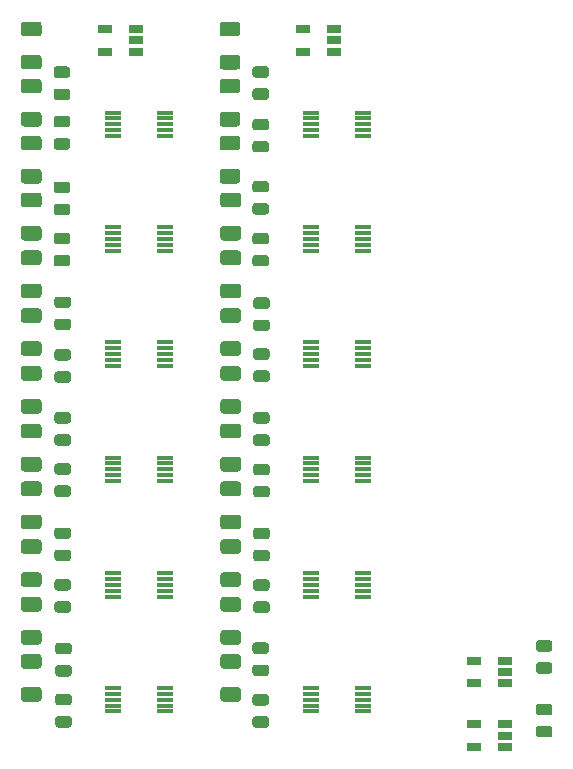
<source format=gbr>
%TF.GenerationSoftware,KiCad,Pcbnew,5.1.6-c6e7f7d~86~ubuntu18.04.1*%
%TF.CreationDate,2020-07-15T12:18:57+12:00*%
%TF.ProjectId,Volume Controller,566f6c75-6d65-4204-936f-6e74726f6c6c,rev?*%
%TF.SameCoordinates,Original*%
%TF.FileFunction,Paste,Top*%
%TF.FilePolarity,Positive*%
%FSLAX46Y46*%
G04 Gerber Fmt 4.6, Leading zero omitted, Abs format (unit mm)*
G04 Created by KiCad (PCBNEW 5.1.6-c6e7f7d~86~ubuntu18.04.1) date 2020-07-15 12:18:57*
%MOMM*%
%LPD*%
G01*
G04 APERTURE LIST*
%ADD10R,1.220000X0.650000*%
%ADD11R,1.400000X0.300000*%
G04 APERTURE END LIST*
%TO.C,R1*%
G36*
G01*
X151460500Y-52458000D02*
X152710500Y-52458000D01*
G75*
G02*
X152960500Y-52708000I0J-250000D01*
G01*
X152960500Y-53458000D01*
G75*
G02*
X152710500Y-53708000I-250000J0D01*
G01*
X151460500Y-53708000D01*
G75*
G02*
X151210500Y-53458000I0J250000D01*
G01*
X151210500Y-52708000D01*
G75*
G02*
X151460500Y-52458000I250000J0D01*
G01*
G37*
G36*
G01*
X151460500Y-55258000D02*
X152710500Y-55258000D01*
G75*
G02*
X152960500Y-55508000I0J-250000D01*
G01*
X152960500Y-56258000D01*
G75*
G02*
X152710500Y-56508000I-250000J0D01*
G01*
X151460500Y-56508000D01*
G75*
G02*
X151210500Y-56258000I0J250000D01*
G01*
X151210500Y-55508000D01*
G75*
G02*
X151460500Y-55258000I250000J0D01*
G01*
G37*
%TD*%
%TO.C,R3*%
G36*
G01*
X151457500Y-57287000D02*
X152707500Y-57287000D01*
G75*
G02*
X152957500Y-57537000I0J-250000D01*
G01*
X152957500Y-58287000D01*
G75*
G02*
X152707500Y-58537000I-250000J0D01*
G01*
X151457500Y-58537000D01*
G75*
G02*
X151207500Y-58287000I0J250000D01*
G01*
X151207500Y-57537000D01*
G75*
G02*
X151457500Y-57287000I250000J0D01*
G01*
G37*
G36*
G01*
X151457500Y-60087000D02*
X152707500Y-60087000D01*
G75*
G02*
X152957500Y-60337000I0J-250000D01*
G01*
X152957500Y-61087000D01*
G75*
G02*
X152707500Y-61337000I-250000J0D01*
G01*
X151457500Y-61337000D01*
G75*
G02*
X151207500Y-61087000I0J250000D01*
G01*
X151207500Y-60337000D01*
G75*
G02*
X151457500Y-60087000I250000J0D01*
G01*
G37*
%TD*%
%TO.C,R5*%
G36*
G01*
X151457500Y-62113000D02*
X152707500Y-62113000D01*
G75*
G02*
X152957500Y-62363000I0J-250000D01*
G01*
X152957500Y-63113000D01*
G75*
G02*
X152707500Y-63363000I-250000J0D01*
G01*
X151457500Y-63363000D01*
G75*
G02*
X151207500Y-63113000I0J250000D01*
G01*
X151207500Y-62363000D01*
G75*
G02*
X151457500Y-62113000I250000J0D01*
G01*
G37*
G36*
G01*
X151457500Y-64913000D02*
X152707500Y-64913000D01*
G75*
G02*
X152957500Y-65163000I0J-250000D01*
G01*
X152957500Y-65913000D01*
G75*
G02*
X152707500Y-66163000I-250000J0D01*
G01*
X151457500Y-66163000D01*
G75*
G02*
X151207500Y-65913000I0J250000D01*
G01*
X151207500Y-65163000D01*
G75*
G02*
X151457500Y-64913000I250000J0D01*
G01*
G37*
%TD*%
%TO.C,R7*%
G36*
G01*
X151521000Y-66939000D02*
X152771000Y-66939000D01*
G75*
G02*
X153021000Y-67189000I0J-250000D01*
G01*
X153021000Y-67939000D01*
G75*
G02*
X152771000Y-68189000I-250000J0D01*
G01*
X151521000Y-68189000D01*
G75*
G02*
X151271000Y-67939000I0J250000D01*
G01*
X151271000Y-67189000D01*
G75*
G02*
X151521000Y-66939000I250000J0D01*
G01*
G37*
G36*
G01*
X151521000Y-69739000D02*
X152771000Y-69739000D01*
G75*
G02*
X153021000Y-69989000I0J-250000D01*
G01*
X153021000Y-70739000D01*
G75*
G02*
X152771000Y-70989000I-250000J0D01*
G01*
X151521000Y-70989000D01*
G75*
G02*
X151271000Y-70739000I0J250000D01*
G01*
X151271000Y-69989000D01*
G75*
G02*
X151521000Y-69739000I250000J0D01*
G01*
G37*
%TD*%
%TO.C,R9*%
G36*
G01*
X151521000Y-74625500D02*
X152771000Y-74625500D01*
G75*
G02*
X153021000Y-74875500I0J-250000D01*
G01*
X153021000Y-75625500D01*
G75*
G02*
X152771000Y-75875500I-250000J0D01*
G01*
X151521000Y-75875500D01*
G75*
G02*
X151271000Y-75625500I0J250000D01*
G01*
X151271000Y-74875500D01*
G75*
G02*
X151521000Y-74625500I250000J0D01*
G01*
G37*
G36*
G01*
X151521000Y-71825500D02*
X152771000Y-71825500D01*
G75*
G02*
X153021000Y-72075500I0J-250000D01*
G01*
X153021000Y-72825500D01*
G75*
G02*
X152771000Y-73075500I-250000J0D01*
G01*
X151521000Y-73075500D01*
G75*
G02*
X151271000Y-72825500I0J250000D01*
G01*
X151271000Y-72075500D01*
G75*
G02*
X151521000Y-71825500I250000J0D01*
G01*
G37*
%TD*%
%TO.C,R11*%
G36*
G01*
X151521000Y-76715000D02*
X152771000Y-76715000D01*
G75*
G02*
X153021000Y-76965000I0J-250000D01*
G01*
X153021000Y-77715000D01*
G75*
G02*
X152771000Y-77965000I-250000J0D01*
G01*
X151521000Y-77965000D01*
G75*
G02*
X151271000Y-77715000I0J250000D01*
G01*
X151271000Y-76965000D01*
G75*
G02*
X151521000Y-76715000I250000J0D01*
G01*
G37*
G36*
G01*
X151521000Y-79515000D02*
X152771000Y-79515000D01*
G75*
G02*
X153021000Y-79765000I0J-250000D01*
G01*
X153021000Y-80515000D01*
G75*
G02*
X152771000Y-80765000I-250000J0D01*
G01*
X151521000Y-80765000D01*
G75*
G02*
X151271000Y-80515000I0J250000D01*
G01*
X151271000Y-79765000D01*
G75*
G02*
X151521000Y-79515000I250000J0D01*
G01*
G37*
%TD*%
%TO.C,R13*%
G36*
G01*
X151521000Y-84407500D02*
X152771000Y-84407500D01*
G75*
G02*
X153021000Y-84657500I0J-250000D01*
G01*
X153021000Y-85407500D01*
G75*
G02*
X152771000Y-85657500I-250000J0D01*
G01*
X151521000Y-85657500D01*
G75*
G02*
X151271000Y-85407500I0J250000D01*
G01*
X151271000Y-84657500D01*
G75*
G02*
X151521000Y-84407500I250000J0D01*
G01*
G37*
G36*
G01*
X151521000Y-81607500D02*
X152771000Y-81607500D01*
G75*
G02*
X153021000Y-81857500I0J-250000D01*
G01*
X153021000Y-82607500D01*
G75*
G02*
X152771000Y-82857500I-250000J0D01*
G01*
X151521000Y-82857500D01*
G75*
G02*
X151271000Y-82607500I0J250000D01*
G01*
X151271000Y-81857500D01*
G75*
G02*
X151521000Y-81607500I250000J0D01*
G01*
G37*
%TD*%
%TO.C,R15*%
G36*
G01*
X151521000Y-89294000D02*
X152771000Y-89294000D01*
G75*
G02*
X153021000Y-89544000I0J-250000D01*
G01*
X153021000Y-90294000D01*
G75*
G02*
X152771000Y-90544000I-250000J0D01*
G01*
X151521000Y-90544000D01*
G75*
G02*
X151271000Y-90294000I0J250000D01*
G01*
X151271000Y-89544000D01*
G75*
G02*
X151521000Y-89294000I250000J0D01*
G01*
G37*
G36*
G01*
X151521000Y-86494000D02*
X152771000Y-86494000D01*
G75*
G02*
X153021000Y-86744000I0J-250000D01*
G01*
X153021000Y-87494000D01*
G75*
G02*
X152771000Y-87744000I-250000J0D01*
G01*
X151521000Y-87744000D01*
G75*
G02*
X151271000Y-87494000I0J250000D01*
G01*
X151271000Y-86744000D01*
G75*
G02*
X151521000Y-86494000I250000J0D01*
G01*
G37*
%TD*%
%TO.C,R17*%
G36*
G01*
X151521000Y-94186500D02*
X152771000Y-94186500D01*
G75*
G02*
X153021000Y-94436500I0J-250000D01*
G01*
X153021000Y-95186500D01*
G75*
G02*
X152771000Y-95436500I-250000J0D01*
G01*
X151521000Y-95436500D01*
G75*
G02*
X151271000Y-95186500I0J250000D01*
G01*
X151271000Y-94436500D01*
G75*
G02*
X151521000Y-94186500I250000J0D01*
G01*
G37*
G36*
G01*
X151521000Y-91386500D02*
X152771000Y-91386500D01*
G75*
G02*
X153021000Y-91636500I0J-250000D01*
G01*
X153021000Y-92386500D01*
G75*
G02*
X152771000Y-92636500I-250000J0D01*
G01*
X151521000Y-92636500D01*
G75*
G02*
X151271000Y-92386500I0J250000D01*
G01*
X151271000Y-91636500D01*
G75*
G02*
X151521000Y-91386500I250000J0D01*
G01*
G37*
%TD*%
%TO.C,R19*%
G36*
G01*
X151521000Y-99073000D02*
X152771000Y-99073000D01*
G75*
G02*
X153021000Y-99323000I0J-250000D01*
G01*
X153021000Y-100073000D01*
G75*
G02*
X152771000Y-100323000I-250000J0D01*
G01*
X151521000Y-100323000D01*
G75*
G02*
X151271000Y-100073000I0J250000D01*
G01*
X151271000Y-99323000D01*
G75*
G02*
X151521000Y-99073000I250000J0D01*
G01*
G37*
G36*
G01*
X151521000Y-96273000D02*
X152771000Y-96273000D01*
G75*
G02*
X153021000Y-96523000I0J-250000D01*
G01*
X153021000Y-97273000D01*
G75*
G02*
X152771000Y-97523000I-250000J0D01*
G01*
X151521000Y-97523000D01*
G75*
G02*
X151271000Y-97273000I0J250000D01*
G01*
X151271000Y-96523000D01*
G75*
G02*
X151521000Y-96273000I250000J0D01*
G01*
G37*
%TD*%
%TO.C,R21*%
G36*
G01*
X151521000Y-103965500D02*
X152771000Y-103965500D01*
G75*
G02*
X153021000Y-104215500I0J-250000D01*
G01*
X153021000Y-104965500D01*
G75*
G02*
X152771000Y-105215500I-250000J0D01*
G01*
X151521000Y-105215500D01*
G75*
G02*
X151271000Y-104965500I0J250000D01*
G01*
X151271000Y-104215500D01*
G75*
G02*
X151521000Y-103965500I250000J0D01*
G01*
G37*
G36*
G01*
X151521000Y-101165500D02*
X152771000Y-101165500D01*
G75*
G02*
X153021000Y-101415500I0J-250000D01*
G01*
X153021000Y-102165500D01*
G75*
G02*
X152771000Y-102415500I-250000J0D01*
G01*
X151521000Y-102415500D01*
G75*
G02*
X151271000Y-102165500I0J250000D01*
G01*
X151271000Y-101415500D01*
G75*
G02*
X151521000Y-101165500I250000J0D01*
G01*
G37*
%TD*%
%TO.C,R23*%
G36*
G01*
X151521000Y-108791500D02*
X152771000Y-108791500D01*
G75*
G02*
X153021000Y-109041500I0J-250000D01*
G01*
X153021000Y-109791500D01*
G75*
G02*
X152771000Y-110041500I-250000J0D01*
G01*
X151521000Y-110041500D01*
G75*
G02*
X151271000Y-109791500I0J250000D01*
G01*
X151271000Y-109041500D01*
G75*
G02*
X151521000Y-108791500I250000J0D01*
G01*
G37*
G36*
G01*
X151521000Y-105991500D02*
X152771000Y-105991500D01*
G75*
G02*
X153021000Y-106241500I0J-250000D01*
G01*
X153021000Y-106991500D01*
G75*
G02*
X152771000Y-107241500I-250000J0D01*
G01*
X151521000Y-107241500D01*
G75*
G02*
X151271000Y-106991500I0J250000D01*
G01*
X151271000Y-106241500D01*
G75*
G02*
X151521000Y-105991500I250000J0D01*
G01*
G37*
%TD*%
D10*
%TO.C,U1*%
X160885500Y-54986000D03*
X160885500Y-54036000D03*
X160885500Y-53086000D03*
X158265500Y-53086000D03*
X158265500Y-54986000D03*
%TD*%
D11*
%TO.C,U2*%
X158940500Y-62150500D03*
X158940500Y-61650500D03*
X158940500Y-61150500D03*
X158940500Y-60650500D03*
X158940500Y-60150500D03*
X163340500Y-60150500D03*
X163340500Y-60650500D03*
X163340500Y-61150500D03*
X163340500Y-61650500D03*
X163340500Y-62150500D03*
%TD*%
%TO.C,U3*%
X163322000Y-71866000D03*
X163322000Y-71366000D03*
X163322000Y-70866000D03*
X163322000Y-70366000D03*
X163322000Y-69866000D03*
X158922000Y-69866000D03*
X158922000Y-70366000D03*
X158922000Y-70866000D03*
X158922000Y-71366000D03*
X158922000Y-71866000D03*
%TD*%
%TO.C,U4*%
X163363000Y-81581500D03*
X163363000Y-81081500D03*
X163363000Y-80581500D03*
X163363000Y-80081500D03*
X163363000Y-79581500D03*
X158963000Y-79581500D03*
X158963000Y-80081500D03*
X158963000Y-80581500D03*
X158963000Y-81081500D03*
X158963000Y-81581500D03*
%TD*%
%TO.C,U5*%
X163363000Y-91360500D03*
X163363000Y-90860500D03*
X163363000Y-90360500D03*
X163363000Y-89860500D03*
X163363000Y-89360500D03*
X158963000Y-89360500D03*
X158963000Y-89860500D03*
X158963000Y-90360500D03*
X158963000Y-90860500D03*
X158963000Y-91360500D03*
%TD*%
%TO.C,U6*%
X158940500Y-101131500D03*
X158940500Y-100631500D03*
X158940500Y-100131500D03*
X158940500Y-99631500D03*
X158940500Y-99131500D03*
X163340500Y-99131500D03*
X163340500Y-99631500D03*
X163340500Y-100131500D03*
X163340500Y-100631500D03*
X163340500Y-101131500D03*
%TD*%
%TO.C,U7*%
X158963000Y-110855000D03*
X158963000Y-110355000D03*
X158963000Y-109855000D03*
X158963000Y-109355000D03*
X158963000Y-108855000D03*
X163363000Y-108855000D03*
X163363000Y-109355000D03*
X163363000Y-109855000D03*
X163363000Y-110355000D03*
X163363000Y-110855000D03*
%TD*%
D10*
%TO.C,U8*%
X172720000Y-108458000D03*
X172720000Y-106558000D03*
X175340000Y-106558000D03*
X175340000Y-107508000D03*
X175340000Y-108458000D03*
%TD*%
%TO.C,R8*%
G36*
G01*
X155142250Y-71308000D02*
X154229750Y-71308000D01*
G75*
G02*
X153986000Y-71064250I0J243750D01*
G01*
X153986000Y-70576750D01*
G75*
G02*
X154229750Y-70333000I243750J0D01*
G01*
X155142250Y-70333000D01*
G75*
G02*
X155386000Y-70576750I0J-243750D01*
G01*
X155386000Y-71064250D01*
G75*
G02*
X155142250Y-71308000I-243750J0D01*
G01*
G37*
G36*
G01*
X155142250Y-73183000D02*
X154229750Y-73183000D01*
G75*
G02*
X153986000Y-72939250I0J243750D01*
G01*
X153986000Y-72451750D01*
G75*
G02*
X154229750Y-72208000I243750J0D01*
G01*
X155142250Y-72208000D01*
G75*
G02*
X155386000Y-72451750I0J-243750D01*
G01*
X155386000Y-72939250D01*
G75*
G02*
X155142250Y-73183000I-243750J0D01*
G01*
G37*
%TD*%
%TO.C,R10*%
G36*
G01*
X155205750Y-78656000D02*
X154293250Y-78656000D01*
G75*
G02*
X154049500Y-78412250I0J243750D01*
G01*
X154049500Y-77924750D01*
G75*
G02*
X154293250Y-77681000I243750J0D01*
G01*
X155205750Y-77681000D01*
G75*
G02*
X155449500Y-77924750I0J-243750D01*
G01*
X155449500Y-78412250D01*
G75*
G02*
X155205750Y-78656000I-243750J0D01*
G01*
G37*
G36*
G01*
X155205750Y-76781000D02*
X154293250Y-76781000D01*
G75*
G02*
X154049500Y-76537250I0J243750D01*
G01*
X154049500Y-76049750D01*
G75*
G02*
X154293250Y-75806000I243750J0D01*
G01*
X155205750Y-75806000D01*
G75*
G02*
X155449500Y-76049750I0J-243750D01*
G01*
X155449500Y-76537250D01*
G75*
G02*
X155205750Y-76781000I-243750J0D01*
G01*
G37*
%TD*%
%TO.C,R12*%
G36*
G01*
X155205750Y-82962000D02*
X154293250Y-82962000D01*
G75*
G02*
X154049500Y-82718250I0J243750D01*
G01*
X154049500Y-82230750D01*
G75*
G02*
X154293250Y-81987000I243750J0D01*
G01*
X155205750Y-81987000D01*
G75*
G02*
X155449500Y-82230750I0J-243750D01*
G01*
X155449500Y-82718250D01*
G75*
G02*
X155205750Y-82962000I-243750J0D01*
G01*
G37*
G36*
G01*
X155205750Y-81087000D02*
X154293250Y-81087000D01*
G75*
G02*
X154049500Y-80843250I0J243750D01*
G01*
X154049500Y-80355750D01*
G75*
G02*
X154293250Y-80112000I243750J0D01*
G01*
X155205750Y-80112000D01*
G75*
G02*
X155449500Y-80355750I0J-243750D01*
G01*
X155449500Y-80843250D01*
G75*
G02*
X155205750Y-81087000I-243750J0D01*
G01*
G37*
%TD*%
%TO.C,R14*%
G36*
G01*
X155205750Y-86496500D02*
X154293250Y-86496500D01*
G75*
G02*
X154049500Y-86252750I0J243750D01*
G01*
X154049500Y-85765250D01*
G75*
G02*
X154293250Y-85521500I243750J0D01*
G01*
X155205750Y-85521500D01*
G75*
G02*
X155449500Y-85765250I0J-243750D01*
G01*
X155449500Y-86252750D01*
G75*
G02*
X155205750Y-86496500I-243750J0D01*
G01*
G37*
G36*
G01*
X155205750Y-88371500D02*
X154293250Y-88371500D01*
G75*
G02*
X154049500Y-88127750I0J243750D01*
G01*
X154049500Y-87640250D01*
G75*
G02*
X154293250Y-87396500I243750J0D01*
G01*
X155205750Y-87396500D01*
G75*
G02*
X155449500Y-87640250I0J-243750D01*
G01*
X155449500Y-88127750D01*
G75*
G02*
X155205750Y-88371500I-243750J0D01*
G01*
G37*
%TD*%
%TO.C,R16*%
G36*
G01*
X155205750Y-92741000D02*
X154293250Y-92741000D01*
G75*
G02*
X154049500Y-92497250I0J243750D01*
G01*
X154049500Y-92009750D01*
G75*
G02*
X154293250Y-91766000I243750J0D01*
G01*
X155205750Y-91766000D01*
G75*
G02*
X155449500Y-92009750I0J-243750D01*
G01*
X155449500Y-92497250D01*
G75*
G02*
X155205750Y-92741000I-243750J0D01*
G01*
G37*
G36*
G01*
X155205750Y-90866000D02*
X154293250Y-90866000D01*
G75*
G02*
X154049500Y-90622250I0J243750D01*
G01*
X154049500Y-90134750D01*
G75*
G02*
X154293250Y-89891000I243750J0D01*
G01*
X155205750Y-89891000D01*
G75*
G02*
X155449500Y-90134750I0J-243750D01*
G01*
X155449500Y-90622250D01*
G75*
G02*
X155205750Y-90866000I-243750J0D01*
G01*
G37*
%TD*%
%TO.C,R18*%
G36*
G01*
X155205750Y-98150500D02*
X154293250Y-98150500D01*
G75*
G02*
X154049500Y-97906750I0J243750D01*
G01*
X154049500Y-97419250D01*
G75*
G02*
X154293250Y-97175500I243750J0D01*
G01*
X155205750Y-97175500D01*
G75*
G02*
X155449500Y-97419250I0J-243750D01*
G01*
X155449500Y-97906750D01*
G75*
G02*
X155205750Y-98150500I-243750J0D01*
G01*
G37*
G36*
G01*
X155205750Y-96275500D02*
X154293250Y-96275500D01*
G75*
G02*
X154049500Y-96031750I0J243750D01*
G01*
X154049500Y-95544250D01*
G75*
G02*
X154293250Y-95300500I243750J0D01*
G01*
X155205750Y-95300500D01*
G75*
G02*
X155449500Y-95544250I0J-243750D01*
G01*
X155449500Y-96031750D01*
G75*
G02*
X155205750Y-96275500I-243750J0D01*
G01*
G37*
%TD*%
%TO.C,R20*%
G36*
G01*
X155205750Y-100645000D02*
X154293250Y-100645000D01*
G75*
G02*
X154049500Y-100401250I0J243750D01*
G01*
X154049500Y-99913750D01*
G75*
G02*
X154293250Y-99670000I243750J0D01*
G01*
X155205750Y-99670000D01*
G75*
G02*
X155449500Y-99913750I0J-243750D01*
G01*
X155449500Y-100401250D01*
G75*
G02*
X155205750Y-100645000I-243750J0D01*
G01*
G37*
G36*
G01*
X155205750Y-102520000D02*
X154293250Y-102520000D01*
G75*
G02*
X154049500Y-102276250I0J243750D01*
G01*
X154049500Y-101788750D01*
G75*
G02*
X154293250Y-101545000I243750J0D01*
G01*
X155205750Y-101545000D01*
G75*
G02*
X155449500Y-101788750I0J-243750D01*
G01*
X155449500Y-102276250D01*
G75*
G02*
X155205750Y-102520000I-243750J0D01*
G01*
G37*
%TD*%
%TO.C,R22*%
G36*
G01*
X155142250Y-105991000D02*
X154229750Y-105991000D01*
G75*
G02*
X153986000Y-105747250I0J243750D01*
G01*
X153986000Y-105259750D01*
G75*
G02*
X154229750Y-105016000I243750J0D01*
G01*
X155142250Y-105016000D01*
G75*
G02*
X155386000Y-105259750I0J-243750D01*
G01*
X155386000Y-105747250D01*
G75*
G02*
X155142250Y-105991000I-243750J0D01*
G01*
G37*
G36*
G01*
X155142250Y-107866000D02*
X154229750Y-107866000D01*
G75*
G02*
X153986000Y-107622250I0J243750D01*
G01*
X153986000Y-107134750D01*
G75*
G02*
X154229750Y-106891000I243750J0D01*
G01*
X155142250Y-106891000D01*
G75*
G02*
X155386000Y-107134750I0J-243750D01*
G01*
X155386000Y-107622250D01*
G75*
G02*
X155142250Y-107866000I-243750J0D01*
G01*
G37*
%TD*%
%TO.C,R24*%
G36*
G01*
X155142250Y-112235500D02*
X154229750Y-112235500D01*
G75*
G02*
X153986000Y-111991750I0J243750D01*
G01*
X153986000Y-111504250D01*
G75*
G02*
X154229750Y-111260500I243750J0D01*
G01*
X155142250Y-111260500D01*
G75*
G02*
X155386000Y-111504250I0J-243750D01*
G01*
X155386000Y-111991750D01*
G75*
G02*
X155142250Y-112235500I-243750J0D01*
G01*
G37*
G36*
G01*
X155142250Y-110360500D02*
X154229750Y-110360500D01*
G75*
G02*
X153986000Y-110116750I0J243750D01*
G01*
X153986000Y-109629250D01*
G75*
G02*
X154229750Y-109385500I243750J0D01*
G01*
X155142250Y-109385500D01*
G75*
G02*
X155386000Y-109629250I0J-243750D01*
G01*
X155386000Y-110116750D01*
G75*
G02*
X155142250Y-110360500I-243750J0D01*
G01*
G37*
%TD*%
%TO.C,R2*%
G36*
G01*
X155142250Y-57199000D02*
X154229750Y-57199000D01*
G75*
G02*
X153986000Y-56955250I0J243750D01*
G01*
X153986000Y-56467750D01*
G75*
G02*
X154229750Y-56224000I243750J0D01*
G01*
X155142250Y-56224000D01*
G75*
G02*
X155386000Y-56467750I0J-243750D01*
G01*
X155386000Y-56955250D01*
G75*
G02*
X155142250Y-57199000I-243750J0D01*
G01*
G37*
G36*
G01*
X155142250Y-59074000D02*
X154229750Y-59074000D01*
G75*
G02*
X153986000Y-58830250I0J243750D01*
G01*
X153986000Y-58342750D01*
G75*
G02*
X154229750Y-58099000I243750J0D01*
G01*
X155142250Y-58099000D01*
G75*
G02*
X155386000Y-58342750I0J-243750D01*
G01*
X155386000Y-58830250D01*
G75*
G02*
X155142250Y-59074000I-243750J0D01*
G01*
G37*
%TD*%
%TO.C,R4*%
G36*
G01*
X155142250Y-63531000D02*
X154229750Y-63531000D01*
G75*
G02*
X153986000Y-63287250I0J243750D01*
G01*
X153986000Y-62799750D01*
G75*
G02*
X154229750Y-62556000I243750J0D01*
G01*
X155142250Y-62556000D01*
G75*
G02*
X155386000Y-62799750I0J-243750D01*
G01*
X155386000Y-63287250D01*
G75*
G02*
X155142250Y-63531000I-243750J0D01*
G01*
G37*
G36*
G01*
X155142250Y-61656000D02*
X154229750Y-61656000D01*
G75*
G02*
X153986000Y-61412250I0J243750D01*
G01*
X153986000Y-60924750D01*
G75*
G02*
X154229750Y-60681000I243750J0D01*
G01*
X155142250Y-60681000D01*
G75*
G02*
X155386000Y-60924750I0J-243750D01*
G01*
X155386000Y-61412250D01*
G75*
G02*
X155142250Y-61656000I-243750J0D01*
G01*
G37*
%TD*%
%TO.C,R6*%
G36*
G01*
X155142250Y-68789500D02*
X154229750Y-68789500D01*
G75*
G02*
X153986000Y-68545750I0J243750D01*
G01*
X153986000Y-68058250D01*
G75*
G02*
X154229750Y-67814500I243750J0D01*
G01*
X155142250Y-67814500D01*
G75*
G02*
X155386000Y-68058250I0J-243750D01*
G01*
X155386000Y-68545750D01*
G75*
G02*
X155142250Y-68789500I-243750J0D01*
G01*
G37*
G36*
G01*
X155142250Y-66914500D02*
X154229750Y-66914500D01*
G75*
G02*
X153986000Y-66670750I0J243750D01*
G01*
X153986000Y-66183250D01*
G75*
G02*
X154229750Y-65939500I243750J0D01*
G01*
X155142250Y-65939500D01*
G75*
G02*
X155386000Y-66183250I0J-243750D01*
G01*
X155386000Y-66670750D01*
G75*
G02*
X155142250Y-66914500I-243750J0D01*
G01*
G37*
%TD*%
%TO.C,R25*%
G36*
G01*
X179145250Y-107675500D02*
X178232750Y-107675500D01*
G75*
G02*
X177989000Y-107431750I0J243750D01*
G01*
X177989000Y-106944250D01*
G75*
G02*
X178232750Y-106700500I243750J0D01*
G01*
X179145250Y-106700500D01*
G75*
G02*
X179389000Y-106944250I0J-243750D01*
G01*
X179389000Y-107431750D01*
G75*
G02*
X179145250Y-107675500I-243750J0D01*
G01*
G37*
G36*
G01*
X179145250Y-105800500D02*
X178232750Y-105800500D01*
G75*
G02*
X177989000Y-105556750I0J243750D01*
G01*
X177989000Y-105069250D01*
G75*
G02*
X178232750Y-104825500I243750J0D01*
G01*
X179145250Y-104825500D01*
G75*
G02*
X179389000Y-105069250I0J-243750D01*
G01*
X179389000Y-105556750D01*
G75*
G02*
X179145250Y-105800500I-243750J0D01*
G01*
G37*
%TD*%
%TO.C,R26*%
G36*
G01*
X179145250Y-113058000D02*
X178232750Y-113058000D01*
G75*
G02*
X177989000Y-112814250I0J243750D01*
G01*
X177989000Y-112326750D01*
G75*
G02*
X178232750Y-112083000I243750J0D01*
G01*
X179145250Y-112083000D01*
G75*
G02*
X179389000Y-112326750I0J-243750D01*
G01*
X179389000Y-112814250D01*
G75*
G02*
X179145250Y-113058000I-243750J0D01*
G01*
G37*
G36*
G01*
X179145250Y-111183000D02*
X178232750Y-111183000D01*
G75*
G02*
X177989000Y-110939250I0J243750D01*
G01*
X177989000Y-110451750D01*
G75*
G02*
X178232750Y-110208000I243750J0D01*
G01*
X179145250Y-110208000D01*
G75*
G02*
X179389000Y-110451750I0J-243750D01*
G01*
X179389000Y-110939250D01*
G75*
G02*
X179145250Y-111183000I-243750J0D01*
G01*
G37*
%TD*%
%TO.C,R27*%
G36*
G01*
X134630000Y-52455000D02*
X135880000Y-52455000D01*
G75*
G02*
X136130000Y-52705000I0J-250000D01*
G01*
X136130000Y-53455000D01*
G75*
G02*
X135880000Y-53705000I-250000J0D01*
G01*
X134630000Y-53705000D01*
G75*
G02*
X134380000Y-53455000I0J250000D01*
G01*
X134380000Y-52705000D01*
G75*
G02*
X134630000Y-52455000I250000J0D01*
G01*
G37*
G36*
G01*
X134630000Y-55255000D02*
X135880000Y-55255000D01*
G75*
G02*
X136130000Y-55505000I0J-250000D01*
G01*
X136130000Y-56255000D01*
G75*
G02*
X135880000Y-56505000I-250000J0D01*
G01*
X134630000Y-56505000D01*
G75*
G02*
X134380000Y-56255000I0J250000D01*
G01*
X134380000Y-55505000D01*
G75*
G02*
X134630000Y-55255000I250000J0D01*
G01*
G37*
%TD*%
%TO.C,R28*%
G36*
G01*
X138314750Y-57223000D02*
X137402250Y-57223000D01*
G75*
G02*
X137158500Y-56979250I0J243750D01*
G01*
X137158500Y-56491750D01*
G75*
G02*
X137402250Y-56248000I243750J0D01*
G01*
X138314750Y-56248000D01*
G75*
G02*
X138558500Y-56491750I0J-243750D01*
G01*
X138558500Y-56979250D01*
G75*
G02*
X138314750Y-57223000I-243750J0D01*
G01*
G37*
G36*
G01*
X138314750Y-59098000D02*
X137402250Y-59098000D01*
G75*
G02*
X137158500Y-58854250I0J243750D01*
G01*
X137158500Y-58366750D01*
G75*
G02*
X137402250Y-58123000I243750J0D01*
G01*
X138314750Y-58123000D01*
G75*
G02*
X138558500Y-58366750I0J-243750D01*
G01*
X138558500Y-58854250D01*
G75*
G02*
X138314750Y-59098000I-243750J0D01*
G01*
G37*
%TD*%
%TO.C,R29*%
G36*
G01*
X134630000Y-57287000D02*
X135880000Y-57287000D01*
G75*
G02*
X136130000Y-57537000I0J-250000D01*
G01*
X136130000Y-58287000D01*
G75*
G02*
X135880000Y-58537000I-250000J0D01*
G01*
X134630000Y-58537000D01*
G75*
G02*
X134380000Y-58287000I0J250000D01*
G01*
X134380000Y-57537000D01*
G75*
G02*
X134630000Y-57287000I250000J0D01*
G01*
G37*
G36*
G01*
X134630000Y-60087000D02*
X135880000Y-60087000D01*
G75*
G02*
X136130000Y-60337000I0J-250000D01*
G01*
X136130000Y-61087000D01*
G75*
G02*
X135880000Y-61337000I-250000J0D01*
G01*
X134630000Y-61337000D01*
G75*
G02*
X134380000Y-61087000I0J250000D01*
G01*
X134380000Y-60337000D01*
G75*
G02*
X134630000Y-60087000I250000J0D01*
G01*
G37*
%TD*%
%TO.C,R30*%
G36*
G01*
X138314750Y-63289000D02*
X137402250Y-63289000D01*
G75*
G02*
X137158500Y-63045250I0J243750D01*
G01*
X137158500Y-62557750D01*
G75*
G02*
X137402250Y-62314000I243750J0D01*
G01*
X138314750Y-62314000D01*
G75*
G02*
X138558500Y-62557750I0J-243750D01*
G01*
X138558500Y-63045250D01*
G75*
G02*
X138314750Y-63289000I-243750J0D01*
G01*
G37*
G36*
G01*
X138314750Y-61414000D02*
X137402250Y-61414000D01*
G75*
G02*
X137158500Y-61170250I0J243750D01*
G01*
X137158500Y-60682750D01*
G75*
G02*
X137402250Y-60439000I243750J0D01*
G01*
X138314750Y-60439000D01*
G75*
G02*
X138558500Y-60682750I0J-243750D01*
G01*
X138558500Y-61170250D01*
G75*
G02*
X138314750Y-61414000I-243750J0D01*
G01*
G37*
%TD*%
%TO.C,R31*%
G36*
G01*
X134630000Y-64913000D02*
X135880000Y-64913000D01*
G75*
G02*
X136130000Y-65163000I0J-250000D01*
G01*
X136130000Y-65913000D01*
G75*
G02*
X135880000Y-66163000I-250000J0D01*
G01*
X134630000Y-66163000D01*
G75*
G02*
X134380000Y-65913000I0J250000D01*
G01*
X134380000Y-65163000D01*
G75*
G02*
X134630000Y-64913000I250000J0D01*
G01*
G37*
G36*
G01*
X134630000Y-62113000D02*
X135880000Y-62113000D01*
G75*
G02*
X136130000Y-62363000I0J-250000D01*
G01*
X136130000Y-63113000D01*
G75*
G02*
X135880000Y-63363000I-250000J0D01*
G01*
X134630000Y-63363000D01*
G75*
G02*
X134380000Y-63113000I0J250000D01*
G01*
X134380000Y-62363000D01*
G75*
G02*
X134630000Y-62113000I250000J0D01*
G01*
G37*
%TD*%
%TO.C,R32*%
G36*
G01*
X138314750Y-66972000D02*
X137402250Y-66972000D01*
G75*
G02*
X137158500Y-66728250I0J243750D01*
G01*
X137158500Y-66240750D01*
G75*
G02*
X137402250Y-65997000I243750J0D01*
G01*
X138314750Y-65997000D01*
G75*
G02*
X138558500Y-66240750I0J-243750D01*
G01*
X138558500Y-66728250D01*
G75*
G02*
X138314750Y-66972000I-243750J0D01*
G01*
G37*
G36*
G01*
X138314750Y-68847000D02*
X137402250Y-68847000D01*
G75*
G02*
X137158500Y-68603250I0J243750D01*
G01*
X137158500Y-68115750D01*
G75*
G02*
X137402250Y-67872000I243750J0D01*
G01*
X138314750Y-67872000D01*
G75*
G02*
X138558500Y-68115750I0J-243750D01*
G01*
X138558500Y-68603250D01*
G75*
G02*
X138314750Y-68847000I-243750J0D01*
G01*
G37*
%TD*%
%TO.C,R33*%
G36*
G01*
X134630000Y-69736000D02*
X135880000Y-69736000D01*
G75*
G02*
X136130000Y-69986000I0J-250000D01*
G01*
X136130000Y-70736000D01*
G75*
G02*
X135880000Y-70986000I-250000J0D01*
G01*
X134630000Y-70986000D01*
G75*
G02*
X134380000Y-70736000I0J250000D01*
G01*
X134380000Y-69986000D01*
G75*
G02*
X134630000Y-69736000I250000J0D01*
G01*
G37*
G36*
G01*
X134630000Y-66936000D02*
X135880000Y-66936000D01*
G75*
G02*
X136130000Y-67186000I0J-250000D01*
G01*
X136130000Y-67936000D01*
G75*
G02*
X135880000Y-68186000I-250000J0D01*
G01*
X134630000Y-68186000D01*
G75*
G02*
X134380000Y-67936000I0J250000D01*
G01*
X134380000Y-67186000D01*
G75*
G02*
X134630000Y-66936000I250000J0D01*
G01*
G37*
%TD*%
%TO.C,R34*%
G36*
G01*
X138314750Y-71305000D02*
X137402250Y-71305000D01*
G75*
G02*
X137158500Y-71061250I0J243750D01*
G01*
X137158500Y-70573750D01*
G75*
G02*
X137402250Y-70330000I243750J0D01*
G01*
X138314750Y-70330000D01*
G75*
G02*
X138558500Y-70573750I0J-243750D01*
G01*
X138558500Y-71061250D01*
G75*
G02*
X138314750Y-71305000I-243750J0D01*
G01*
G37*
G36*
G01*
X138314750Y-73180000D02*
X137402250Y-73180000D01*
G75*
G02*
X137158500Y-72936250I0J243750D01*
G01*
X137158500Y-72448750D01*
G75*
G02*
X137402250Y-72205000I243750J0D01*
G01*
X138314750Y-72205000D01*
G75*
G02*
X138558500Y-72448750I0J-243750D01*
G01*
X138558500Y-72936250D01*
G75*
G02*
X138314750Y-73180000I-243750J0D01*
G01*
G37*
%TD*%
%TO.C,R35*%
G36*
G01*
X134630000Y-71825500D02*
X135880000Y-71825500D01*
G75*
G02*
X136130000Y-72075500I0J-250000D01*
G01*
X136130000Y-72825500D01*
G75*
G02*
X135880000Y-73075500I-250000J0D01*
G01*
X134630000Y-73075500D01*
G75*
G02*
X134380000Y-72825500I0J250000D01*
G01*
X134380000Y-72075500D01*
G75*
G02*
X134630000Y-71825500I250000J0D01*
G01*
G37*
G36*
G01*
X134630000Y-74625500D02*
X135880000Y-74625500D01*
G75*
G02*
X136130000Y-74875500I0J-250000D01*
G01*
X136130000Y-75625500D01*
G75*
G02*
X135880000Y-75875500I-250000J0D01*
G01*
X134630000Y-75875500D01*
G75*
G02*
X134380000Y-75625500I0J250000D01*
G01*
X134380000Y-74875500D01*
G75*
G02*
X134630000Y-74625500I250000J0D01*
G01*
G37*
%TD*%
%TO.C,R36*%
G36*
G01*
X138378250Y-78577500D02*
X137465750Y-78577500D01*
G75*
G02*
X137222000Y-78333750I0J243750D01*
G01*
X137222000Y-77846250D01*
G75*
G02*
X137465750Y-77602500I243750J0D01*
G01*
X138378250Y-77602500D01*
G75*
G02*
X138622000Y-77846250I0J-243750D01*
G01*
X138622000Y-78333750D01*
G75*
G02*
X138378250Y-78577500I-243750J0D01*
G01*
G37*
G36*
G01*
X138378250Y-76702500D02*
X137465750Y-76702500D01*
G75*
G02*
X137222000Y-76458750I0J243750D01*
G01*
X137222000Y-75971250D01*
G75*
G02*
X137465750Y-75727500I243750J0D01*
G01*
X138378250Y-75727500D01*
G75*
G02*
X138622000Y-75971250I0J-243750D01*
G01*
X138622000Y-76458750D01*
G75*
G02*
X138378250Y-76702500I-243750J0D01*
G01*
G37*
%TD*%
%TO.C,R37*%
G36*
G01*
X134630000Y-79515000D02*
X135880000Y-79515000D01*
G75*
G02*
X136130000Y-79765000I0J-250000D01*
G01*
X136130000Y-80515000D01*
G75*
G02*
X135880000Y-80765000I-250000J0D01*
G01*
X134630000Y-80765000D01*
G75*
G02*
X134380000Y-80515000I0J250000D01*
G01*
X134380000Y-79765000D01*
G75*
G02*
X134630000Y-79515000I250000J0D01*
G01*
G37*
G36*
G01*
X134630000Y-76715000D02*
X135880000Y-76715000D01*
G75*
G02*
X136130000Y-76965000I0J-250000D01*
G01*
X136130000Y-77715000D01*
G75*
G02*
X135880000Y-77965000I-250000J0D01*
G01*
X134630000Y-77965000D01*
G75*
G02*
X134380000Y-77715000I0J250000D01*
G01*
X134380000Y-76965000D01*
G75*
G02*
X134630000Y-76715000I250000J0D01*
G01*
G37*
%TD*%
%TO.C,R38*%
G36*
G01*
X138378250Y-81147500D02*
X137465750Y-81147500D01*
G75*
G02*
X137222000Y-80903750I0J243750D01*
G01*
X137222000Y-80416250D01*
G75*
G02*
X137465750Y-80172500I243750J0D01*
G01*
X138378250Y-80172500D01*
G75*
G02*
X138622000Y-80416250I0J-243750D01*
G01*
X138622000Y-80903750D01*
G75*
G02*
X138378250Y-81147500I-243750J0D01*
G01*
G37*
G36*
G01*
X138378250Y-83022500D02*
X137465750Y-83022500D01*
G75*
G02*
X137222000Y-82778750I0J243750D01*
G01*
X137222000Y-82291250D01*
G75*
G02*
X137465750Y-82047500I243750J0D01*
G01*
X138378250Y-82047500D01*
G75*
G02*
X138622000Y-82291250I0J-243750D01*
G01*
X138622000Y-82778750D01*
G75*
G02*
X138378250Y-83022500I-243750J0D01*
G01*
G37*
%TD*%
%TO.C,R39*%
G36*
G01*
X134630000Y-81604500D02*
X135880000Y-81604500D01*
G75*
G02*
X136130000Y-81854500I0J-250000D01*
G01*
X136130000Y-82604500D01*
G75*
G02*
X135880000Y-82854500I-250000J0D01*
G01*
X134630000Y-82854500D01*
G75*
G02*
X134380000Y-82604500I0J250000D01*
G01*
X134380000Y-81854500D01*
G75*
G02*
X134630000Y-81604500I250000J0D01*
G01*
G37*
G36*
G01*
X134630000Y-84404500D02*
X135880000Y-84404500D01*
G75*
G02*
X136130000Y-84654500I0J-250000D01*
G01*
X136130000Y-85404500D01*
G75*
G02*
X135880000Y-85654500I-250000J0D01*
G01*
X134630000Y-85654500D01*
G75*
G02*
X134380000Y-85404500I0J250000D01*
G01*
X134380000Y-84654500D01*
G75*
G02*
X134630000Y-84404500I250000J0D01*
G01*
G37*
%TD*%
%TO.C,R40*%
G36*
G01*
X138378250Y-88356500D02*
X137465750Y-88356500D01*
G75*
G02*
X137222000Y-88112750I0J243750D01*
G01*
X137222000Y-87625250D01*
G75*
G02*
X137465750Y-87381500I243750J0D01*
G01*
X138378250Y-87381500D01*
G75*
G02*
X138622000Y-87625250I0J-243750D01*
G01*
X138622000Y-88112750D01*
G75*
G02*
X138378250Y-88356500I-243750J0D01*
G01*
G37*
G36*
G01*
X138378250Y-86481500D02*
X137465750Y-86481500D01*
G75*
G02*
X137222000Y-86237750I0J243750D01*
G01*
X137222000Y-85750250D01*
G75*
G02*
X137465750Y-85506500I243750J0D01*
G01*
X138378250Y-85506500D01*
G75*
G02*
X138622000Y-85750250I0J-243750D01*
G01*
X138622000Y-86237750D01*
G75*
G02*
X138378250Y-86481500I-243750J0D01*
G01*
G37*
%TD*%
%TO.C,R41*%
G36*
G01*
X134630000Y-89297000D02*
X135880000Y-89297000D01*
G75*
G02*
X136130000Y-89547000I0J-250000D01*
G01*
X136130000Y-90297000D01*
G75*
G02*
X135880000Y-90547000I-250000J0D01*
G01*
X134630000Y-90547000D01*
G75*
G02*
X134380000Y-90297000I0J250000D01*
G01*
X134380000Y-89547000D01*
G75*
G02*
X134630000Y-89297000I250000J0D01*
G01*
G37*
G36*
G01*
X134630000Y-86497000D02*
X135880000Y-86497000D01*
G75*
G02*
X136130000Y-86747000I0J-250000D01*
G01*
X136130000Y-87497000D01*
G75*
G02*
X135880000Y-87747000I-250000J0D01*
G01*
X134630000Y-87747000D01*
G75*
G02*
X134380000Y-87497000I0J250000D01*
G01*
X134380000Y-86747000D01*
G75*
G02*
X134630000Y-86497000I250000J0D01*
G01*
G37*
%TD*%
%TO.C,R42*%
G36*
G01*
X138378250Y-90814500D02*
X137465750Y-90814500D01*
G75*
G02*
X137222000Y-90570750I0J243750D01*
G01*
X137222000Y-90083250D01*
G75*
G02*
X137465750Y-89839500I243750J0D01*
G01*
X138378250Y-89839500D01*
G75*
G02*
X138622000Y-90083250I0J-243750D01*
G01*
X138622000Y-90570750D01*
G75*
G02*
X138378250Y-90814500I-243750J0D01*
G01*
G37*
G36*
G01*
X138378250Y-92689500D02*
X137465750Y-92689500D01*
G75*
G02*
X137222000Y-92445750I0J243750D01*
G01*
X137222000Y-91958250D01*
G75*
G02*
X137465750Y-91714500I243750J0D01*
G01*
X138378250Y-91714500D01*
G75*
G02*
X138622000Y-91958250I0J-243750D01*
G01*
X138622000Y-92445750D01*
G75*
G02*
X138378250Y-92689500I-243750J0D01*
G01*
G37*
%TD*%
%TO.C,R43*%
G36*
G01*
X134630000Y-91383500D02*
X135880000Y-91383500D01*
G75*
G02*
X136130000Y-91633500I0J-250000D01*
G01*
X136130000Y-92383500D01*
G75*
G02*
X135880000Y-92633500I-250000J0D01*
G01*
X134630000Y-92633500D01*
G75*
G02*
X134380000Y-92383500I0J250000D01*
G01*
X134380000Y-91633500D01*
G75*
G02*
X134630000Y-91383500I250000J0D01*
G01*
G37*
G36*
G01*
X134630000Y-94183500D02*
X135880000Y-94183500D01*
G75*
G02*
X136130000Y-94433500I0J-250000D01*
G01*
X136130000Y-95183500D01*
G75*
G02*
X135880000Y-95433500I-250000J0D01*
G01*
X134630000Y-95433500D01*
G75*
G02*
X134380000Y-95183500I0J250000D01*
G01*
X134380000Y-94433500D01*
G75*
G02*
X134630000Y-94183500I250000J0D01*
G01*
G37*
%TD*%
%TO.C,R44*%
G36*
G01*
X138378250Y-98135500D02*
X137465750Y-98135500D01*
G75*
G02*
X137222000Y-97891750I0J243750D01*
G01*
X137222000Y-97404250D01*
G75*
G02*
X137465750Y-97160500I243750J0D01*
G01*
X138378250Y-97160500D01*
G75*
G02*
X138622000Y-97404250I0J-243750D01*
G01*
X138622000Y-97891750D01*
G75*
G02*
X138378250Y-98135500I-243750J0D01*
G01*
G37*
G36*
G01*
X138378250Y-96260500D02*
X137465750Y-96260500D01*
G75*
G02*
X137222000Y-96016750I0J243750D01*
G01*
X137222000Y-95529250D01*
G75*
G02*
X137465750Y-95285500I243750J0D01*
G01*
X138378250Y-95285500D01*
G75*
G02*
X138622000Y-95529250I0J-243750D01*
G01*
X138622000Y-96016750D01*
G75*
G02*
X138378250Y-96260500I-243750J0D01*
G01*
G37*
%TD*%
%TO.C,R45*%
G36*
G01*
X134630000Y-96273000D02*
X135880000Y-96273000D01*
G75*
G02*
X136130000Y-96523000I0J-250000D01*
G01*
X136130000Y-97273000D01*
G75*
G02*
X135880000Y-97523000I-250000J0D01*
G01*
X134630000Y-97523000D01*
G75*
G02*
X134380000Y-97273000I0J250000D01*
G01*
X134380000Y-96523000D01*
G75*
G02*
X134630000Y-96273000I250000J0D01*
G01*
G37*
G36*
G01*
X134630000Y-99073000D02*
X135880000Y-99073000D01*
G75*
G02*
X136130000Y-99323000I0J-250000D01*
G01*
X136130000Y-100073000D01*
G75*
G02*
X135880000Y-100323000I-250000J0D01*
G01*
X134630000Y-100323000D01*
G75*
G02*
X134380000Y-100073000I0J250000D01*
G01*
X134380000Y-99323000D01*
G75*
G02*
X134630000Y-99073000I250000J0D01*
G01*
G37*
%TD*%
%TO.C,R46*%
G36*
G01*
X138378250Y-100627000D02*
X137465750Y-100627000D01*
G75*
G02*
X137222000Y-100383250I0J243750D01*
G01*
X137222000Y-99895750D01*
G75*
G02*
X137465750Y-99652000I243750J0D01*
G01*
X138378250Y-99652000D01*
G75*
G02*
X138622000Y-99895750I0J-243750D01*
G01*
X138622000Y-100383250D01*
G75*
G02*
X138378250Y-100627000I-243750J0D01*
G01*
G37*
G36*
G01*
X138378250Y-102502000D02*
X137465750Y-102502000D01*
G75*
G02*
X137222000Y-102258250I0J243750D01*
G01*
X137222000Y-101770750D01*
G75*
G02*
X137465750Y-101527000I243750J0D01*
G01*
X138378250Y-101527000D01*
G75*
G02*
X138622000Y-101770750I0J-243750D01*
G01*
X138622000Y-102258250D01*
G75*
G02*
X138378250Y-102502000I-243750J0D01*
G01*
G37*
%TD*%
%TO.C,R47*%
G36*
G01*
X134630000Y-103962500D02*
X135880000Y-103962500D01*
G75*
G02*
X136130000Y-104212500I0J-250000D01*
G01*
X136130000Y-104962500D01*
G75*
G02*
X135880000Y-105212500I-250000J0D01*
G01*
X134630000Y-105212500D01*
G75*
G02*
X134380000Y-104962500I0J250000D01*
G01*
X134380000Y-104212500D01*
G75*
G02*
X134630000Y-103962500I250000J0D01*
G01*
G37*
G36*
G01*
X134630000Y-101162500D02*
X135880000Y-101162500D01*
G75*
G02*
X136130000Y-101412500I0J-250000D01*
G01*
X136130000Y-102162500D01*
G75*
G02*
X135880000Y-102412500I-250000J0D01*
G01*
X134630000Y-102412500D01*
G75*
G02*
X134380000Y-102162500I0J250000D01*
G01*
X134380000Y-101412500D01*
G75*
G02*
X134630000Y-101162500I250000J0D01*
G01*
G37*
%TD*%
%TO.C,R48*%
G36*
G01*
X138441750Y-107899500D02*
X137529250Y-107899500D01*
G75*
G02*
X137285500Y-107655750I0J243750D01*
G01*
X137285500Y-107168250D01*
G75*
G02*
X137529250Y-106924500I243750J0D01*
G01*
X138441750Y-106924500D01*
G75*
G02*
X138685500Y-107168250I0J-243750D01*
G01*
X138685500Y-107655750D01*
G75*
G02*
X138441750Y-107899500I-243750J0D01*
G01*
G37*
G36*
G01*
X138441750Y-106024500D02*
X137529250Y-106024500D01*
G75*
G02*
X137285500Y-105780750I0J243750D01*
G01*
X137285500Y-105293250D01*
G75*
G02*
X137529250Y-105049500I243750J0D01*
G01*
X138441750Y-105049500D01*
G75*
G02*
X138685500Y-105293250I0J-243750D01*
G01*
X138685500Y-105780750D01*
G75*
G02*
X138441750Y-106024500I-243750J0D01*
G01*
G37*
%TD*%
%TO.C,R49*%
G36*
G01*
X134630000Y-108791500D02*
X135880000Y-108791500D01*
G75*
G02*
X136130000Y-109041500I0J-250000D01*
G01*
X136130000Y-109791500D01*
G75*
G02*
X135880000Y-110041500I-250000J0D01*
G01*
X134630000Y-110041500D01*
G75*
G02*
X134380000Y-109791500I0J250000D01*
G01*
X134380000Y-109041500D01*
G75*
G02*
X134630000Y-108791500I250000J0D01*
G01*
G37*
G36*
G01*
X134630000Y-105991500D02*
X135880000Y-105991500D01*
G75*
G02*
X136130000Y-106241500I0J-250000D01*
G01*
X136130000Y-106991500D01*
G75*
G02*
X135880000Y-107241500I-250000J0D01*
G01*
X134630000Y-107241500D01*
G75*
G02*
X134380000Y-106991500I0J250000D01*
G01*
X134380000Y-106241500D01*
G75*
G02*
X134630000Y-105991500I250000J0D01*
G01*
G37*
%TD*%
%TO.C,R50*%
G36*
G01*
X138441750Y-110342500D02*
X137529250Y-110342500D01*
G75*
G02*
X137285500Y-110098750I0J243750D01*
G01*
X137285500Y-109611250D01*
G75*
G02*
X137529250Y-109367500I243750J0D01*
G01*
X138441750Y-109367500D01*
G75*
G02*
X138685500Y-109611250I0J-243750D01*
G01*
X138685500Y-110098750D01*
G75*
G02*
X138441750Y-110342500I-243750J0D01*
G01*
G37*
G36*
G01*
X138441750Y-112217500D02*
X137529250Y-112217500D01*
G75*
G02*
X137285500Y-111973750I0J243750D01*
G01*
X137285500Y-111486250D01*
G75*
G02*
X137529250Y-111242500I243750J0D01*
G01*
X138441750Y-111242500D01*
G75*
G02*
X138685500Y-111486250I0J-243750D01*
G01*
X138685500Y-111973750D01*
G75*
G02*
X138441750Y-112217500I-243750J0D01*
G01*
G37*
%TD*%
%TO.C,U9*%
X144121500Y-54988500D03*
X144121500Y-54038500D03*
X144121500Y-53088500D03*
X141501500Y-53088500D03*
X141501500Y-54988500D03*
%TD*%
D11*
%TO.C,U10*%
X146558000Y-62150500D03*
X146558000Y-61650500D03*
X146558000Y-61150500D03*
X146558000Y-60650500D03*
X146558000Y-60150500D03*
X142158000Y-60150500D03*
X142158000Y-60650500D03*
X142158000Y-61150500D03*
X142158000Y-61650500D03*
X142158000Y-62150500D03*
%TD*%
%TO.C,U11*%
X142158000Y-71866000D03*
X142158000Y-71366000D03*
X142158000Y-70866000D03*
X142158000Y-70366000D03*
X142158000Y-69866000D03*
X146558000Y-69866000D03*
X146558000Y-70366000D03*
X146558000Y-70866000D03*
X146558000Y-71366000D03*
X146558000Y-71866000D03*
%TD*%
%TO.C,U12*%
X146558000Y-81581500D03*
X146558000Y-81081500D03*
X146558000Y-80581500D03*
X146558000Y-80081500D03*
X146558000Y-79581500D03*
X142158000Y-79581500D03*
X142158000Y-80081500D03*
X142158000Y-80581500D03*
X142158000Y-81081500D03*
X142158000Y-81581500D03*
%TD*%
%TO.C,U13*%
X146576500Y-91360500D03*
X146576500Y-90860500D03*
X146576500Y-90360500D03*
X146576500Y-89860500D03*
X146576500Y-89360500D03*
X142176500Y-89360500D03*
X142176500Y-89860500D03*
X142176500Y-90360500D03*
X142176500Y-90860500D03*
X142176500Y-91360500D03*
%TD*%
%TO.C,U14*%
X142176500Y-101139500D03*
X142176500Y-100639500D03*
X142176500Y-100139500D03*
X142176500Y-99639500D03*
X142176500Y-99139500D03*
X146576500Y-99139500D03*
X146576500Y-99639500D03*
X146576500Y-100139500D03*
X146576500Y-100639500D03*
X146576500Y-101139500D03*
%TD*%
%TO.C,U15*%
X142176500Y-110855000D03*
X142176500Y-110355000D03*
X142176500Y-109855000D03*
X142176500Y-109355000D03*
X142176500Y-108855000D03*
X146576500Y-108855000D03*
X146576500Y-109355000D03*
X146576500Y-109855000D03*
X146576500Y-110355000D03*
X146576500Y-110855000D03*
%TD*%
D10*
%TO.C,U16*%
X172743500Y-113853000D03*
X172743500Y-111953000D03*
X175363500Y-111953000D03*
X175363500Y-112903000D03*
X175363500Y-113853000D03*
%TD*%
M02*

</source>
